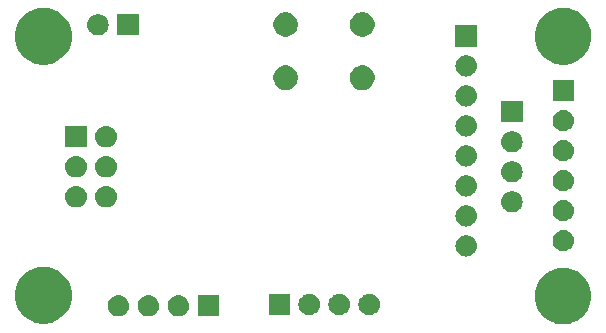
<source format=gbr>
G04 #@! TF.GenerationSoftware,KiCad,Pcbnew,5.0.2-bee76a0~70~ubuntu18.04.1*
G04 #@! TF.CreationDate,2019-01-23T20:48:10+01:00*
G04 #@! TF.ProjectId,Mighty841,4d696768-7479-4383-9431-2e6b69636164,1*
G04 #@! TF.SameCoordinates,Original*
G04 #@! TF.FileFunction,Soldermask,Bot*
G04 #@! TF.FilePolarity,Negative*
%FSLAX46Y46*%
G04 Gerber Fmt 4.6, Leading zero omitted, Abs format (unit mm)*
G04 Created by KiCad (PCBNEW 5.0.2-bee76a0~70~ubuntu18.04.1) date mer. 23 janv. 2019 20:48:10 CET*
%MOMM*%
%LPD*%
G01*
G04 APERTURE LIST*
%ADD10C,0.100000*%
G04 APERTURE END LIST*
D10*
G36*
X167358487Y-82623269D02*
X167700346Y-82691269D01*
X167881338Y-82766239D01*
X168137299Y-82872261D01*
X168530551Y-83135024D01*
X168864976Y-83469449D01*
X169127739Y-83862701D01*
X169308731Y-84299655D01*
X169401000Y-84763521D01*
X169401000Y-85236479D01*
X169308731Y-85700345D01*
X169127739Y-86137299D01*
X168864976Y-86530551D01*
X168530551Y-86864976D01*
X168137299Y-87127739D01*
X167881338Y-87233761D01*
X167700346Y-87308731D01*
X167578337Y-87333000D01*
X167236479Y-87401000D01*
X166763521Y-87401000D01*
X166421663Y-87333000D01*
X166299654Y-87308731D01*
X166118662Y-87233761D01*
X165862701Y-87127739D01*
X165469449Y-86864976D01*
X165135024Y-86530551D01*
X164872261Y-86137299D01*
X164691269Y-85700345D01*
X164599000Y-85236479D01*
X164599000Y-84763521D01*
X164691269Y-84299655D01*
X164872261Y-83862701D01*
X165135024Y-83469449D01*
X165469449Y-83135024D01*
X165862701Y-82872261D01*
X166118662Y-82766239D01*
X166299654Y-82691269D01*
X166641513Y-82623269D01*
X166763521Y-82599000D01*
X167236479Y-82599000D01*
X167358487Y-82623269D01*
X167358487Y-82623269D01*
G37*
G36*
X123468412Y-82577134D02*
X123700346Y-82623269D01*
X123864512Y-82691269D01*
X124137299Y-82804261D01*
X124530551Y-83067024D01*
X124864976Y-83401449D01*
X125127739Y-83794701D01*
X125308731Y-84231655D01*
X125401000Y-84695521D01*
X125401000Y-85168479D01*
X125308731Y-85632345D01*
X125127739Y-86069299D01*
X124864976Y-86462551D01*
X124530551Y-86796976D01*
X124137299Y-87059739D01*
X123973132Y-87127739D01*
X123700346Y-87240731D01*
X123468412Y-87286865D01*
X123236479Y-87333000D01*
X122763521Y-87333000D01*
X122531588Y-87286865D01*
X122299654Y-87240731D01*
X122026868Y-87127739D01*
X121862701Y-87059739D01*
X121469449Y-86796976D01*
X121135024Y-86462551D01*
X120872261Y-86069299D01*
X120691269Y-85632345D01*
X120599000Y-85168479D01*
X120599000Y-84695521D01*
X120691269Y-84231655D01*
X120872261Y-83794701D01*
X121135024Y-83401449D01*
X121469449Y-83067024D01*
X121862701Y-82804261D01*
X122135488Y-82691269D01*
X122299654Y-82623269D01*
X122531588Y-82577135D01*
X122763521Y-82531000D01*
X123236479Y-82531000D01*
X123468412Y-82577134D01*
X123468412Y-82577134D01*
G37*
G36*
X137868200Y-86707400D02*
X136066200Y-86707400D01*
X136066200Y-84905400D01*
X137868200Y-84905400D01*
X137868200Y-86707400D01*
X137868200Y-86707400D01*
G37*
G36*
X131997643Y-84911919D02*
X132063827Y-84918437D01*
X132174539Y-84952021D01*
X132233667Y-84969957D01*
X132372287Y-85044052D01*
X132390191Y-85053622D01*
X132425929Y-85082952D01*
X132527386Y-85166214D01*
X132585049Y-85236478D01*
X132639978Y-85303409D01*
X132639979Y-85303411D01*
X132723643Y-85459933D01*
X132723643Y-85459934D01*
X132775163Y-85629773D01*
X132792559Y-85806400D01*
X132775163Y-85983027D01*
X132748993Y-86069299D01*
X132723643Y-86152867D01*
X132694286Y-86207789D01*
X132639978Y-86309391D01*
X132610767Y-86344985D01*
X132527386Y-86446586D01*
X132425929Y-86529848D01*
X132390191Y-86559178D01*
X132390189Y-86559179D01*
X132233667Y-86642843D01*
X132177053Y-86660016D01*
X132063827Y-86694363D01*
X131997642Y-86700882D01*
X131931460Y-86707400D01*
X131842940Y-86707400D01*
X131776758Y-86700882D01*
X131710573Y-86694363D01*
X131597347Y-86660016D01*
X131540733Y-86642843D01*
X131384211Y-86559179D01*
X131384209Y-86559178D01*
X131348471Y-86529848D01*
X131247014Y-86446586D01*
X131163633Y-86344985D01*
X131134422Y-86309391D01*
X131080114Y-86207789D01*
X131050757Y-86152867D01*
X131025407Y-86069299D01*
X130999237Y-85983027D01*
X130981841Y-85806400D01*
X130999237Y-85629773D01*
X131050757Y-85459934D01*
X131050757Y-85459933D01*
X131134421Y-85303411D01*
X131134422Y-85303409D01*
X131189351Y-85236478D01*
X131247014Y-85166214D01*
X131348471Y-85082952D01*
X131384209Y-85053622D01*
X131402113Y-85044052D01*
X131540733Y-84969957D01*
X131599861Y-84952021D01*
X131710573Y-84918437D01*
X131776757Y-84911919D01*
X131842940Y-84905400D01*
X131931460Y-84905400D01*
X131997643Y-84911919D01*
X131997643Y-84911919D01*
G37*
G36*
X129457643Y-84911919D02*
X129523827Y-84918437D01*
X129634539Y-84952021D01*
X129693667Y-84969957D01*
X129832287Y-85044052D01*
X129850191Y-85053622D01*
X129885929Y-85082952D01*
X129987386Y-85166214D01*
X130045049Y-85236478D01*
X130099978Y-85303409D01*
X130099979Y-85303411D01*
X130183643Y-85459933D01*
X130183643Y-85459934D01*
X130235163Y-85629773D01*
X130252559Y-85806400D01*
X130235163Y-85983027D01*
X130208993Y-86069299D01*
X130183643Y-86152867D01*
X130154286Y-86207789D01*
X130099978Y-86309391D01*
X130070767Y-86344985D01*
X129987386Y-86446586D01*
X129885929Y-86529848D01*
X129850191Y-86559178D01*
X129850189Y-86559179D01*
X129693667Y-86642843D01*
X129637053Y-86660016D01*
X129523827Y-86694363D01*
X129457642Y-86700882D01*
X129391460Y-86707400D01*
X129302940Y-86707400D01*
X129236758Y-86700882D01*
X129170573Y-86694363D01*
X129057347Y-86660016D01*
X129000733Y-86642843D01*
X128844211Y-86559179D01*
X128844209Y-86559178D01*
X128808471Y-86529848D01*
X128707014Y-86446586D01*
X128623633Y-86344985D01*
X128594422Y-86309391D01*
X128540114Y-86207789D01*
X128510757Y-86152867D01*
X128485407Y-86069299D01*
X128459237Y-85983027D01*
X128441841Y-85806400D01*
X128459237Y-85629773D01*
X128510757Y-85459934D01*
X128510757Y-85459933D01*
X128594421Y-85303411D01*
X128594422Y-85303409D01*
X128649351Y-85236478D01*
X128707014Y-85166214D01*
X128808471Y-85082952D01*
X128844209Y-85053622D01*
X128862113Y-85044052D01*
X129000733Y-84969957D01*
X129059861Y-84952021D01*
X129170573Y-84918437D01*
X129236757Y-84911919D01*
X129302940Y-84905400D01*
X129391460Y-84905400D01*
X129457643Y-84911919D01*
X129457643Y-84911919D01*
G37*
G36*
X134537643Y-84911919D02*
X134603827Y-84918437D01*
X134714539Y-84952021D01*
X134773667Y-84969957D01*
X134912287Y-85044052D01*
X134930191Y-85053622D01*
X134965929Y-85082952D01*
X135067386Y-85166214D01*
X135125049Y-85236478D01*
X135179978Y-85303409D01*
X135179979Y-85303411D01*
X135263643Y-85459933D01*
X135263643Y-85459934D01*
X135315163Y-85629773D01*
X135332559Y-85806400D01*
X135315163Y-85983027D01*
X135288993Y-86069299D01*
X135263643Y-86152867D01*
X135234286Y-86207789D01*
X135179978Y-86309391D01*
X135150767Y-86344985D01*
X135067386Y-86446586D01*
X134965929Y-86529848D01*
X134930191Y-86559178D01*
X134930189Y-86559179D01*
X134773667Y-86642843D01*
X134717053Y-86660016D01*
X134603827Y-86694363D01*
X134537642Y-86700882D01*
X134471460Y-86707400D01*
X134382940Y-86707400D01*
X134316758Y-86700882D01*
X134250573Y-86694363D01*
X134137347Y-86660016D01*
X134080733Y-86642843D01*
X133924211Y-86559179D01*
X133924209Y-86559178D01*
X133888471Y-86529848D01*
X133787014Y-86446586D01*
X133703633Y-86344985D01*
X133674422Y-86309391D01*
X133620114Y-86207789D01*
X133590757Y-86152867D01*
X133565407Y-86069299D01*
X133539237Y-85983027D01*
X133521841Y-85806400D01*
X133539237Y-85629773D01*
X133590757Y-85459934D01*
X133590757Y-85459933D01*
X133674421Y-85303411D01*
X133674422Y-85303409D01*
X133729351Y-85236478D01*
X133787014Y-85166214D01*
X133888471Y-85082952D01*
X133924209Y-85053622D01*
X133942113Y-85044052D01*
X134080733Y-84969957D01*
X134139861Y-84952021D01*
X134250573Y-84918437D01*
X134316757Y-84911919D01*
X134382940Y-84905400D01*
X134471460Y-84905400D01*
X134537643Y-84911919D01*
X134537643Y-84911919D01*
G37*
G36*
X143862600Y-86605800D02*
X142060600Y-86605800D01*
X142060600Y-84803800D01*
X143862600Y-84803800D01*
X143862600Y-86605800D01*
X143862600Y-86605800D01*
G37*
G36*
X145612042Y-84810318D02*
X145678227Y-84816837D01*
X145791453Y-84851184D01*
X145848067Y-84868357D01*
X145986687Y-84942452D01*
X146004591Y-84952022D01*
X146040329Y-84981352D01*
X146141786Y-85064614D01*
X146225048Y-85166071D01*
X146254378Y-85201809D01*
X146254379Y-85201811D01*
X146338043Y-85358333D01*
X146338043Y-85358334D01*
X146389563Y-85528173D01*
X146406959Y-85704800D01*
X146389563Y-85881427D01*
X146358744Y-85983025D01*
X146338043Y-86051267D01*
X146328404Y-86069300D01*
X146254378Y-86207791D01*
X146225048Y-86243529D01*
X146141786Y-86344986D01*
X146040329Y-86428248D01*
X146004591Y-86457578D01*
X146004589Y-86457579D01*
X145848067Y-86541243D01*
X145791453Y-86558416D01*
X145678227Y-86592763D01*
X145612042Y-86599282D01*
X145545860Y-86605800D01*
X145457340Y-86605800D01*
X145391158Y-86599282D01*
X145324973Y-86592763D01*
X145211747Y-86558416D01*
X145155133Y-86541243D01*
X144998611Y-86457579D01*
X144998609Y-86457578D01*
X144962871Y-86428248D01*
X144861414Y-86344986D01*
X144778152Y-86243529D01*
X144748822Y-86207791D01*
X144674796Y-86069300D01*
X144665157Y-86051267D01*
X144644456Y-85983025D01*
X144613637Y-85881427D01*
X144596241Y-85704800D01*
X144613637Y-85528173D01*
X144665157Y-85358334D01*
X144665157Y-85358333D01*
X144748821Y-85201811D01*
X144748822Y-85201809D01*
X144778152Y-85166071D01*
X144861414Y-85064614D01*
X144962871Y-84981352D01*
X144998609Y-84952022D01*
X145016513Y-84942452D01*
X145155133Y-84868357D01*
X145211747Y-84851184D01*
X145324973Y-84816837D01*
X145391158Y-84810318D01*
X145457340Y-84803800D01*
X145545860Y-84803800D01*
X145612042Y-84810318D01*
X145612042Y-84810318D01*
G37*
G36*
X148152042Y-84810318D02*
X148218227Y-84816837D01*
X148331453Y-84851184D01*
X148388067Y-84868357D01*
X148526687Y-84942452D01*
X148544591Y-84952022D01*
X148580329Y-84981352D01*
X148681786Y-85064614D01*
X148765048Y-85166071D01*
X148794378Y-85201809D01*
X148794379Y-85201811D01*
X148878043Y-85358333D01*
X148878043Y-85358334D01*
X148929563Y-85528173D01*
X148946959Y-85704800D01*
X148929563Y-85881427D01*
X148898744Y-85983025D01*
X148878043Y-86051267D01*
X148868404Y-86069300D01*
X148794378Y-86207791D01*
X148765048Y-86243529D01*
X148681786Y-86344986D01*
X148580329Y-86428248D01*
X148544591Y-86457578D01*
X148544589Y-86457579D01*
X148388067Y-86541243D01*
X148331453Y-86558416D01*
X148218227Y-86592763D01*
X148152042Y-86599282D01*
X148085860Y-86605800D01*
X147997340Y-86605800D01*
X147931158Y-86599282D01*
X147864973Y-86592763D01*
X147751747Y-86558416D01*
X147695133Y-86541243D01*
X147538611Y-86457579D01*
X147538609Y-86457578D01*
X147502871Y-86428248D01*
X147401414Y-86344986D01*
X147318152Y-86243529D01*
X147288822Y-86207791D01*
X147214796Y-86069300D01*
X147205157Y-86051267D01*
X147184456Y-85983025D01*
X147153637Y-85881427D01*
X147136241Y-85704800D01*
X147153637Y-85528173D01*
X147205157Y-85358334D01*
X147205157Y-85358333D01*
X147288821Y-85201811D01*
X147288822Y-85201809D01*
X147318152Y-85166071D01*
X147401414Y-85064614D01*
X147502871Y-84981352D01*
X147538609Y-84952022D01*
X147556513Y-84942452D01*
X147695133Y-84868357D01*
X147751747Y-84851184D01*
X147864973Y-84816837D01*
X147931158Y-84810318D01*
X147997340Y-84803800D01*
X148085860Y-84803800D01*
X148152042Y-84810318D01*
X148152042Y-84810318D01*
G37*
G36*
X150692042Y-84810318D02*
X150758227Y-84816837D01*
X150871453Y-84851184D01*
X150928067Y-84868357D01*
X151066687Y-84942452D01*
X151084591Y-84952022D01*
X151120329Y-84981352D01*
X151221786Y-85064614D01*
X151305048Y-85166071D01*
X151334378Y-85201809D01*
X151334379Y-85201811D01*
X151418043Y-85358333D01*
X151418043Y-85358334D01*
X151469563Y-85528173D01*
X151486959Y-85704800D01*
X151469563Y-85881427D01*
X151438744Y-85983025D01*
X151418043Y-86051267D01*
X151408404Y-86069300D01*
X151334378Y-86207791D01*
X151305048Y-86243529D01*
X151221786Y-86344986D01*
X151120329Y-86428248D01*
X151084591Y-86457578D01*
X151084589Y-86457579D01*
X150928067Y-86541243D01*
X150871453Y-86558416D01*
X150758227Y-86592763D01*
X150692042Y-86599282D01*
X150625860Y-86605800D01*
X150537340Y-86605800D01*
X150471158Y-86599282D01*
X150404973Y-86592763D01*
X150291747Y-86558416D01*
X150235133Y-86541243D01*
X150078611Y-86457579D01*
X150078609Y-86457578D01*
X150042871Y-86428248D01*
X149941414Y-86344986D01*
X149858152Y-86243529D01*
X149828822Y-86207791D01*
X149754796Y-86069300D01*
X149745157Y-86051267D01*
X149724456Y-85983025D01*
X149693637Y-85881427D01*
X149676241Y-85704800D01*
X149693637Y-85528173D01*
X149745157Y-85358334D01*
X149745157Y-85358333D01*
X149828821Y-85201811D01*
X149828822Y-85201809D01*
X149858152Y-85166071D01*
X149941414Y-85064614D01*
X150042871Y-84981352D01*
X150078609Y-84952022D01*
X150096513Y-84942452D01*
X150235133Y-84868357D01*
X150291747Y-84851184D01*
X150404973Y-84816837D01*
X150471158Y-84810318D01*
X150537340Y-84803800D01*
X150625860Y-84803800D01*
X150692042Y-84810318D01*
X150692042Y-84810318D01*
G37*
G36*
X158896242Y-79857318D02*
X158962427Y-79863837D01*
X159075653Y-79898184D01*
X159132267Y-79915357D01*
X159270887Y-79989452D01*
X159288791Y-79999022D01*
X159324529Y-80028352D01*
X159425986Y-80111614D01*
X159509248Y-80213071D01*
X159538578Y-80248809D01*
X159538579Y-80248811D01*
X159622243Y-80405333D01*
X159622243Y-80405334D01*
X159673763Y-80575173D01*
X159691159Y-80751800D01*
X159673763Y-80928427D01*
X159639416Y-81041653D01*
X159622243Y-81098267D01*
X159548148Y-81236887D01*
X159538578Y-81254791D01*
X159509248Y-81290529D01*
X159425986Y-81391986D01*
X159324529Y-81475248D01*
X159288791Y-81504578D01*
X159288789Y-81504579D01*
X159132267Y-81588243D01*
X159075653Y-81605416D01*
X158962427Y-81639763D01*
X158896243Y-81646281D01*
X158830060Y-81652800D01*
X158741540Y-81652800D01*
X158675357Y-81646281D01*
X158609173Y-81639763D01*
X158495947Y-81605416D01*
X158439333Y-81588243D01*
X158282811Y-81504579D01*
X158282809Y-81504578D01*
X158247071Y-81475248D01*
X158145614Y-81391986D01*
X158062352Y-81290529D01*
X158033022Y-81254791D01*
X158023452Y-81236887D01*
X157949357Y-81098267D01*
X157932184Y-81041653D01*
X157897837Y-80928427D01*
X157880441Y-80751800D01*
X157897837Y-80575173D01*
X157949357Y-80405334D01*
X157949357Y-80405333D01*
X158033021Y-80248811D01*
X158033022Y-80248809D01*
X158062352Y-80213071D01*
X158145614Y-80111614D01*
X158247071Y-80028352D01*
X158282809Y-79999022D01*
X158300713Y-79989452D01*
X158439333Y-79915357D01*
X158495947Y-79898184D01*
X158609173Y-79863837D01*
X158675358Y-79857318D01*
X158741540Y-79850800D01*
X158830060Y-79850800D01*
X158896242Y-79857318D01*
X158896242Y-79857318D01*
G37*
G36*
X167125842Y-79400118D02*
X167192027Y-79406637D01*
X167305253Y-79440984D01*
X167361867Y-79458157D01*
X167500487Y-79532252D01*
X167518391Y-79541822D01*
X167554129Y-79571152D01*
X167655586Y-79654414D01*
X167738848Y-79755871D01*
X167768178Y-79791609D01*
X167768179Y-79791611D01*
X167851843Y-79948133D01*
X167851843Y-79948134D01*
X167903363Y-80117973D01*
X167920759Y-80294600D01*
X167903363Y-80471227D01*
X167871831Y-80575173D01*
X167851843Y-80641067D01*
X167792654Y-80751800D01*
X167768178Y-80797591D01*
X167738848Y-80833329D01*
X167655586Y-80934786D01*
X167554129Y-81018048D01*
X167518391Y-81047378D01*
X167518389Y-81047379D01*
X167361867Y-81131043D01*
X167305253Y-81148216D01*
X167192027Y-81182563D01*
X167125843Y-81189081D01*
X167059660Y-81195600D01*
X166971140Y-81195600D01*
X166904957Y-81189081D01*
X166838773Y-81182563D01*
X166725547Y-81148216D01*
X166668933Y-81131043D01*
X166512411Y-81047379D01*
X166512409Y-81047378D01*
X166476671Y-81018048D01*
X166375214Y-80934786D01*
X166291952Y-80833329D01*
X166262622Y-80797591D01*
X166238146Y-80751800D01*
X166178957Y-80641067D01*
X166158969Y-80575173D01*
X166127437Y-80471227D01*
X166110041Y-80294600D01*
X166127437Y-80117973D01*
X166178957Y-79948134D01*
X166178957Y-79948133D01*
X166262621Y-79791611D01*
X166262622Y-79791609D01*
X166291952Y-79755871D01*
X166375214Y-79654414D01*
X166476671Y-79571152D01*
X166512409Y-79541822D01*
X166530313Y-79532252D01*
X166668933Y-79458157D01*
X166725547Y-79440984D01*
X166838773Y-79406637D01*
X166904958Y-79400118D01*
X166971140Y-79393600D01*
X167059660Y-79393600D01*
X167125842Y-79400118D01*
X167125842Y-79400118D01*
G37*
G36*
X158896243Y-77317319D02*
X158962427Y-77323837D01*
X159075653Y-77358184D01*
X159132267Y-77375357D01*
X159270887Y-77449452D01*
X159288791Y-77459022D01*
X159310412Y-77476766D01*
X159425986Y-77571614D01*
X159509248Y-77673071D01*
X159538578Y-77708809D01*
X159538579Y-77708811D01*
X159622243Y-77865333D01*
X159622243Y-77865334D01*
X159673763Y-78035173D01*
X159691159Y-78211800D01*
X159673763Y-78388427D01*
X159639416Y-78501653D01*
X159622243Y-78558267D01*
X159548148Y-78696887D01*
X159538578Y-78714791D01*
X159509248Y-78750529D01*
X159425986Y-78851986D01*
X159324529Y-78935248D01*
X159288791Y-78964578D01*
X159288789Y-78964579D01*
X159132267Y-79048243D01*
X159075653Y-79065416D01*
X158962427Y-79099763D01*
X158896242Y-79106282D01*
X158830060Y-79112800D01*
X158741540Y-79112800D01*
X158675358Y-79106282D01*
X158609173Y-79099763D01*
X158495947Y-79065416D01*
X158439333Y-79048243D01*
X158282811Y-78964579D01*
X158282809Y-78964578D01*
X158247071Y-78935248D01*
X158145614Y-78851986D01*
X158062352Y-78750529D01*
X158033022Y-78714791D01*
X158023452Y-78696887D01*
X157949357Y-78558267D01*
X157932184Y-78501653D01*
X157897837Y-78388427D01*
X157880441Y-78211800D01*
X157897837Y-78035173D01*
X157949357Y-77865334D01*
X157949357Y-77865333D01*
X158033021Y-77708811D01*
X158033022Y-77708809D01*
X158062352Y-77673071D01*
X158145614Y-77571614D01*
X158261188Y-77476766D01*
X158282809Y-77459022D01*
X158300713Y-77449452D01*
X158439333Y-77375357D01*
X158495947Y-77358184D01*
X158609173Y-77323837D01*
X158675357Y-77317319D01*
X158741540Y-77310800D01*
X158830060Y-77310800D01*
X158896243Y-77317319D01*
X158896243Y-77317319D01*
G37*
G36*
X167125843Y-76860119D02*
X167192027Y-76866637D01*
X167305253Y-76900984D01*
X167361867Y-76918157D01*
X167378590Y-76927096D01*
X167518391Y-77001822D01*
X167554129Y-77031152D01*
X167655586Y-77114414D01*
X167721412Y-77194625D01*
X167768178Y-77251609D01*
X167768179Y-77251611D01*
X167851843Y-77408133D01*
X167851843Y-77408134D01*
X167903363Y-77577973D01*
X167920759Y-77754600D01*
X167903363Y-77931227D01*
X167871831Y-78035173D01*
X167851843Y-78101067D01*
X167792654Y-78211800D01*
X167768178Y-78257591D01*
X167738848Y-78293329D01*
X167655586Y-78394786D01*
X167554129Y-78478048D01*
X167518391Y-78507378D01*
X167518389Y-78507379D01*
X167361867Y-78591043D01*
X167305253Y-78608216D01*
X167192027Y-78642563D01*
X167125842Y-78649082D01*
X167059660Y-78655600D01*
X166971140Y-78655600D01*
X166904958Y-78649082D01*
X166838773Y-78642563D01*
X166725547Y-78608216D01*
X166668933Y-78591043D01*
X166512411Y-78507379D01*
X166512409Y-78507378D01*
X166476671Y-78478048D01*
X166375214Y-78394786D01*
X166291952Y-78293329D01*
X166262622Y-78257591D01*
X166238146Y-78211800D01*
X166178957Y-78101067D01*
X166158969Y-78035173D01*
X166127437Y-77931227D01*
X166110041Y-77754600D01*
X166127437Y-77577973D01*
X166178957Y-77408134D01*
X166178957Y-77408133D01*
X166262621Y-77251611D01*
X166262622Y-77251609D01*
X166309388Y-77194625D01*
X166375214Y-77114414D01*
X166476671Y-77031152D01*
X166512409Y-77001822D01*
X166652210Y-76927096D01*
X166668933Y-76918157D01*
X166725547Y-76900984D01*
X166838773Y-76866637D01*
X166904957Y-76860119D01*
X166971140Y-76853600D01*
X167059660Y-76853600D01*
X167125843Y-76860119D01*
X167125843Y-76860119D01*
G37*
G36*
X162782443Y-76123519D02*
X162848627Y-76130037D01*
X162961853Y-76164384D01*
X163018467Y-76181557D01*
X163097317Y-76223704D01*
X163174991Y-76265222D01*
X163210729Y-76294552D01*
X163312186Y-76377814D01*
X163395448Y-76479271D01*
X163424778Y-76515009D01*
X163424779Y-76515011D01*
X163508443Y-76671533D01*
X163508443Y-76671534D01*
X163559963Y-76841373D01*
X163577359Y-77018000D01*
X163559963Y-77194627D01*
X163542677Y-77251611D01*
X163508443Y-77364467D01*
X163441343Y-77490000D01*
X163424778Y-77520991D01*
X163395448Y-77556729D01*
X163312186Y-77658186D01*
X163210729Y-77741448D01*
X163174991Y-77770778D01*
X163174989Y-77770779D01*
X163018467Y-77854443D01*
X162982563Y-77865334D01*
X162848627Y-77905963D01*
X162782442Y-77912482D01*
X162716260Y-77919000D01*
X162627740Y-77919000D01*
X162561558Y-77912482D01*
X162495373Y-77905963D01*
X162361437Y-77865334D01*
X162325533Y-77854443D01*
X162169011Y-77770779D01*
X162169009Y-77770778D01*
X162133271Y-77741448D01*
X162031814Y-77658186D01*
X161948552Y-77556729D01*
X161919222Y-77520991D01*
X161902657Y-77490000D01*
X161835557Y-77364467D01*
X161801323Y-77251611D01*
X161784037Y-77194627D01*
X161766641Y-77018000D01*
X161784037Y-76841373D01*
X161835557Y-76671534D01*
X161835557Y-76671533D01*
X161919221Y-76515011D01*
X161919222Y-76515009D01*
X161948552Y-76479271D01*
X162031814Y-76377814D01*
X162133271Y-76294552D01*
X162169009Y-76265222D01*
X162246683Y-76223704D01*
X162325533Y-76181557D01*
X162382147Y-76164384D01*
X162495373Y-76130037D01*
X162561557Y-76123519D01*
X162627740Y-76117000D01*
X162716260Y-76117000D01*
X162782443Y-76123519D01*
X162782443Y-76123519D01*
G37*
G36*
X128471894Y-75674033D02*
X128644294Y-75726331D01*
X128644296Y-75726332D01*
X128803183Y-75811259D01*
X128942449Y-75925551D01*
X129056741Y-76064817D01*
X129083885Y-76115600D01*
X129141669Y-76223706D01*
X129193967Y-76396106D01*
X129211625Y-76575400D01*
X129193967Y-76754694D01*
X129144380Y-76918157D01*
X129141668Y-76927096D01*
X129056741Y-77085983D01*
X128942449Y-77225249D01*
X128803183Y-77339541D01*
X128644296Y-77424468D01*
X128644294Y-77424469D01*
X128471894Y-77476767D01*
X128337531Y-77490000D01*
X128247669Y-77490000D01*
X128113306Y-77476767D01*
X127940906Y-77424469D01*
X127940904Y-77424468D01*
X127782017Y-77339541D01*
X127642751Y-77225249D01*
X127528459Y-77085983D01*
X127443532Y-76927096D01*
X127440820Y-76918157D01*
X127391233Y-76754694D01*
X127373575Y-76575400D01*
X127391233Y-76396106D01*
X127443531Y-76223706D01*
X127501315Y-76115600D01*
X127528459Y-76064817D01*
X127642751Y-75925551D01*
X127782017Y-75811259D01*
X127940904Y-75726332D01*
X127940906Y-75726331D01*
X128113306Y-75674033D01*
X128247669Y-75660800D01*
X128337531Y-75660800D01*
X128471894Y-75674033D01*
X128471894Y-75674033D01*
G37*
G36*
X125931894Y-75674033D02*
X126104294Y-75726331D01*
X126104296Y-75726332D01*
X126263183Y-75811259D01*
X126402449Y-75925551D01*
X126516741Y-76064817D01*
X126543885Y-76115600D01*
X126601669Y-76223706D01*
X126653967Y-76396106D01*
X126671625Y-76575400D01*
X126653967Y-76754694D01*
X126604380Y-76918157D01*
X126601668Y-76927096D01*
X126516741Y-77085983D01*
X126402449Y-77225249D01*
X126263183Y-77339541D01*
X126104296Y-77424468D01*
X126104294Y-77424469D01*
X125931894Y-77476767D01*
X125797531Y-77490000D01*
X125707669Y-77490000D01*
X125573306Y-77476767D01*
X125400906Y-77424469D01*
X125400904Y-77424468D01*
X125242017Y-77339541D01*
X125102751Y-77225249D01*
X124988459Y-77085983D01*
X124903532Y-76927096D01*
X124900820Y-76918157D01*
X124851233Y-76754694D01*
X124833575Y-76575400D01*
X124851233Y-76396106D01*
X124903531Y-76223706D01*
X124961315Y-76115600D01*
X124988459Y-76064817D01*
X125102751Y-75925551D01*
X125242017Y-75811259D01*
X125400904Y-75726332D01*
X125400906Y-75726331D01*
X125573306Y-75674033D01*
X125707669Y-75660800D01*
X125797531Y-75660800D01*
X125931894Y-75674033D01*
X125931894Y-75674033D01*
G37*
G36*
X158896243Y-74777319D02*
X158962427Y-74783837D01*
X159075653Y-74818184D01*
X159132267Y-74835357D01*
X159270887Y-74909452D01*
X159288791Y-74919022D01*
X159310412Y-74936766D01*
X159425986Y-75031614D01*
X159509248Y-75133071D01*
X159538578Y-75168809D01*
X159538579Y-75168811D01*
X159622243Y-75325333D01*
X159622243Y-75325334D01*
X159673763Y-75495173D01*
X159691159Y-75671800D01*
X159673763Y-75848427D01*
X159650368Y-75925551D01*
X159622243Y-76018267D01*
X159569468Y-76117000D01*
X159538578Y-76174791D01*
X159533025Y-76181557D01*
X159425986Y-76311986D01*
X159324529Y-76395248D01*
X159288791Y-76424578D01*
X159288789Y-76424579D01*
X159132267Y-76508243D01*
X159109955Y-76515011D01*
X158962427Y-76559763D01*
X158896243Y-76566281D01*
X158830060Y-76572800D01*
X158741540Y-76572800D01*
X158675357Y-76566281D01*
X158609173Y-76559763D01*
X158461645Y-76515011D01*
X158439333Y-76508243D01*
X158282811Y-76424579D01*
X158282809Y-76424578D01*
X158247071Y-76395248D01*
X158145614Y-76311986D01*
X158038575Y-76181557D01*
X158033022Y-76174791D01*
X158002132Y-76117000D01*
X157949357Y-76018267D01*
X157921232Y-75925551D01*
X157897837Y-75848427D01*
X157880441Y-75671800D01*
X157897837Y-75495173D01*
X157949357Y-75325334D01*
X157949357Y-75325333D01*
X158033021Y-75168811D01*
X158033022Y-75168809D01*
X158062352Y-75133071D01*
X158145614Y-75031614D01*
X158261188Y-74936766D01*
X158282809Y-74919022D01*
X158300713Y-74909452D01*
X158439333Y-74835357D01*
X158495947Y-74818184D01*
X158609173Y-74783837D01*
X158675357Y-74777319D01*
X158741540Y-74770800D01*
X158830060Y-74770800D01*
X158896243Y-74777319D01*
X158896243Y-74777319D01*
G37*
G36*
X167125843Y-74320119D02*
X167192027Y-74326637D01*
X167305253Y-74360984D01*
X167361867Y-74378157D01*
X167378590Y-74387096D01*
X167518391Y-74461822D01*
X167554129Y-74491152D01*
X167655586Y-74574414D01*
X167721412Y-74654625D01*
X167768178Y-74711609D01*
X167768179Y-74711611D01*
X167851843Y-74868133D01*
X167851843Y-74868134D01*
X167903363Y-75037973D01*
X167920759Y-75214600D01*
X167903363Y-75391227D01*
X167871831Y-75495173D01*
X167851843Y-75561067D01*
X167791460Y-75674034D01*
X167768178Y-75717591D01*
X167761005Y-75726331D01*
X167655586Y-75854786D01*
X167569357Y-75925551D01*
X167518391Y-75967378D01*
X167518389Y-75967379D01*
X167361867Y-76051043D01*
X167316459Y-76064817D01*
X167192027Y-76102563D01*
X167125842Y-76109082D01*
X167059660Y-76115600D01*
X166971140Y-76115600D01*
X166904958Y-76109082D01*
X166838773Y-76102563D01*
X166714341Y-76064817D01*
X166668933Y-76051043D01*
X166512411Y-75967379D01*
X166512409Y-75967378D01*
X166461443Y-75925551D01*
X166375214Y-75854786D01*
X166269795Y-75726331D01*
X166262622Y-75717591D01*
X166239340Y-75674034D01*
X166178957Y-75561067D01*
X166158969Y-75495173D01*
X166127437Y-75391227D01*
X166110041Y-75214600D01*
X166127437Y-75037973D01*
X166178957Y-74868134D01*
X166178957Y-74868133D01*
X166262621Y-74711611D01*
X166262622Y-74711609D01*
X166309388Y-74654625D01*
X166375214Y-74574414D01*
X166476671Y-74491152D01*
X166512409Y-74461822D01*
X166652210Y-74387096D01*
X166668933Y-74378157D01*
X166725547Y-74360984D01*
X166838773Y-74326637D01*
X166904957Y-74320119D01*
X166971140Y-74313600D01*
X167059660Y-74313600D01*
X167125843Y-74320119D01*
X167125843Y-74320119D01*
G37*
G36*
X162782443Y-73583519D02*
X162848627Y-73590037D01*
X162961853Y-73624384D01*
X163018467Y-73641557D01*
X163097317Y-73683704D01*
X163174991Y-73725222D01*
X163210729Y-73754552D01*
X163312186Y-73837814D01*
X163395448Y-73939271D01*
X163424778Y-73975009D01*
X163424779Y-73975011D01*
X163508443Y-74131533D01*
X163508443Y-74131534D01*
X163559963Y-74301373D01*
X163577359Y-74478000D01*
X163559963Y-74654627D01*
X163542677Y-74711611D01*
X163508443Y-74824467D01*
X163441343Y-74950000D01*
X163424778Y-74980991D01*
X163395448Y-75016729D01*
X163312186Y-75118186D01*
X163210729Y-75201448D01*
X163174991Y-75230778D01*
X163174989Y-75230779D01*
X163018467Y-75314443D01*
X162982563Y-75325334D01*
X162848627Y-75365963D01*
X162782443Y-75372481D01*
X162716260Y-75379000D01*
X162627740Y-75379000D01*
X162561557Y-75372481D01*
X162495373Y-75365963D01*
X162361437Y-75325334D01*
X162325533Y-75314443D01*
X162169011Y-75230779D01*
X162169009Y-75230778D01*
X162133271Y-75201448D01*
X162031814Y-75118186D01*
X161948552Y-75016729D01*
X161919222Y-74980991D01*
X161902657Y-74950000D01*
X161835557Y-74824467D01*
X161801323Y-74711611D01*
X161784037Y-74654627D01*
X161766641Y-74478000D01*
X161784037Y-74301373D01*
X161835557Y-74131534D01*
X161835557Y-74131533D01*
X161919221Y-73975011D01*
X161919222Y-73975009D01*
X161948552Y-73939271D01*
X162031814Y-73837814D01*
X162133271Y-73754552D01*
X162169009Y-73725222D01*
X162246683Y-73683704D01*
X162325533Y-73641557D01*
X162382147Y-73624384D01*
X162495373Y-73590037D01*
X162561557Y-73583519D01*
X162627740Y-73577000D01*
X162716260Y-73577000D01*
X162782443Y-73583519D01*
X162782443Y-73583519D01*
G37*
G36*
X128471894Y-73134033D02*
X128644294Y-73186331D01*
X128644296Y-73186332D01*
X128803183Y-73271259D01*
X128942449Y-73385551D01*
X129056741Y-73524817D01*
X129083885Y-73575600D01*
X129141669Y-73683706D01*
X129193967Y-73856106D01*
X129211625Y-74035400D01*
X129193967Y-74214694D01*
X129144380Y-74378157D01*
X129141668Y-74387096D01*
X129056741Y-74545983D01*
X128942449Y-74685249D01*
X128803183Y-74799541D01*
X128644296Y-74884468D01*
X128644294Y-74884469D01*
X128471894Y-74936767D01*
X128337531Y-74950000D01*
X128247669Y-74950000D01*
X128113306Y-74936767D01*
X127940906Y-74884469D01*
X127940904Y-74884468D01*
X127782017Y-74799541D01*
X127642751Y-74685249D01*
X127528459Y-74545983D01*
X127443532Y-74387096D01*
X127440820Y-74378157D01*
X127391233Y-74214694D01*
X127373575Y-74035400D01*
X127391233Y-73856106D01*
X127443531Y-73683706D01*
X127501315Y-73575600D01*
X127528459Y-73524817D01*
X127642751Y-73385551D01*
X127782017Y-73271259D01*
X127940904Y-73186332D01*
X127940906Y-73186331D01*
X128113306Y-73134033D01*
X128247669Y-73120800D01*
X128337531Y-73120800D01*
X128471894Y-73134033D01*
X128471894Y-73134033D01*
G37*
G36*
X125931894Y-73134033D02*
X126104294Y-73186331D01*
X126104296Y-73186332D01*
X126263183Y-73271259D01*
X126402449Y-73385551D01*
X126516741Y-73524817D01*
X126543885Y-73575600D01*
X126601669Y-73683706D01*
X126653967Y-73856106D01*
X126671625Y-74035400D01*
X126653967Y-74214694D01*
X126604380Y-74378157D01*
X126601668Y-74387096D01*
X126516741Y-74545983D01*
X126402449Y-74685249D01*
X126263183Y-74799541D01*
X126104296Y-74884468D01*
X126104294Y-74884469D01*
X125931894Y-74936767D01*
X125797531Y-74950000D01*
X125707669Y-74950000D01*
X125573306Y-74936767D01*
X125400906Y-74884469D01*
X125400904Y-74884468D01*
X125242017Y-74799541D01*
X125102751Y-74685249D01*
X124988459Y-74545983D01*
X124903532Y-74387096D01*
X124900820Y-74378157D01*
X124851233Y-74214694D01*
X124833575Y-74035400D01*
X124851233Y-73856106D01*
X124903531Y-73683706D01*
X124961315Y-73575600D01*
X124988459Y-73524817D01*
X125102751Y-73385551D01*
X125242017Y-73271259D01*
X125400904Y-73186332D01*
X125400906Y-73186331D01*
X125573306Y-73134033D01*
X125707669Y-73120800D01*
X125797531Y-73120800D01*
X125931894Y-73134033D01*
X125931894Y-73134033D01*
G37*
G36*
X158896242Y-72237318D02*
X158962427Y-72243837D01*
X159075653Y-72278184D01*
X159132267Y-72295357D01*
X159270887Y-72369452D01*
X159288791Y-72379022D01*
X159310412Y-72396766D01*
X159425986Y-72491614D01*
X159509248Y-72593071D01*
X159538578Y-72628809D01*
X159538579Y-72628811D01*
X159622243Y-72785333D01*
X159622243Y-72785334D01*
X159673763Y-72955173D01*
X159691159Y-73131800D01*
X159673763Y-73308427D01*
X159650368Y-73385551D01*
X159622243Y-73478267D01*
X159569468Y-73577000D01*
X159538578Y-73634791D01*
X159533025Y-73641557D01*
X159425986Y-73771986D01*
X159324529Y-73855248D01*
X159288791Y-73884578D01*
X159288789Y-73884579D01*
X159132267Y-73968243D01*
X159109955Y-73975011D01*
X158962427Y-74019763D01*
X158896242Y-74026282D01*
X158830060Y-74032800D01*
X158741540Y-74032800D01*
X158675358Y-74026282D01*
X158609173Y-74019763D01*
X158461645Y-73975011D01*
X158439333Y-73968243D01*
X158282811Y-73884579D01*
X158282809Y-73884578D01*
X158247071Y-73855248D01*
X158145614Y-73771986D01*
X158038575Y-73641557D01*
X158033022Y-73634791D01*
X158002132Y-73577000D01*
X157949357Y-73478267D01*
X157921232Y-73385551D01*
X157897837Y-73308427D01*
X157880441Y-73131800D01*
X157897837Y-72955173D01*
X157949357Y-72785334D01*
X157949357Y-72785333D01*
X158033021Y-72628811D01*
X158033022Y-72628809D01*
X158062352Y-72593071D01*
X158145614Y-72491614D01*
X158261188Y-72396766D01*
X158282809Y-72379022D01*
X158300713Y-72369452D01*
X158439333Y-72295357D01*
X158495947Y-72278184D01*
X158609173Y-72243837D01*
X158675358Y-72237318D01*
X158741540Y-72230800D01*
X158830060Y-72230800D01*
X158896242Y-72237318D01*
X158896242Y-72237318D01*
G37*
G36*
X167125842Y-71780118D02*
X167192027Y-71786637D01*
X167305253Y-71820984D01*
X167361867Y-71838157D01*
X167378590Y-71847096D01*
X167518391Y-71921822D01*
X167554129Y-71951152D01*
X167655586Y-72034414D01*
X167721412Y-72114625D01*
X167768178Y-72171609D01*
X167768179Y-72171611D01*
X167851843Y-72328133D01*
X167851843Y-72328134D01*
X167903363Y-72497973D01*
X167920759Y-72674600D01*
X167903363Y-72851227D01*
X167871831Y-72955173D01*
X167851843Y-73021067D01*
X167791460Y-73134034D01*
X167768178Y-73177591D01*
X167761005Y-73186331D01*
X167655586Y-73314786D01*
X167569357Y-73385551D01*
X167518391Y-73427378D01*
X167518389Y-73427379D01*
X167361867Y-73511043D01*
X167316459Y-73524817D01*
X167192027Y-73562563D01*
X167125843Y-73569081D01*
X167059660Y-73575600D01*
X166971140Y-73575600D01*
X166904957Y-73569081D01*
X166838773Y-73562563D01*
X166714341Y-73524817D01*
X166668933Y-73511043D01*
X166512411Y-73427379D01*
X166512409Y-73427378D01*
X166461443Y-73385551D01*
X166375214Y-73314786D01*
X166269795Y-73186331D01*
X166262622Y-73177591D01*
X166239340Y-73134034D01*
X166178957Y-73021067D01*
X166158969Y-72955173D01*
X166127437Y-72851227D01*
X166110041Y-72674600D01*
X166127437Y-72497973D01*
X166178957Y-72328134D01*
X166178957Y-72328133D01*
X166262621Y-72171611D01*
X166262622Y-72171609D01*
X166309388Y-72114625D01*
X166375214Y-72034414D01*
X166476671Y-71951152D01*
X166512409Y-71921822D01*
X166652210Y-71847096D01*
X166668933Y-71838157D01*
X166725547Y-71820984D01*
X166838773Y-71786637D01*
X166904958Y-71780118D01*
X166971140Y-71773600D01*
X167059660Y-71773600D01*
X167125842Y-71780118D01*
X167125842Y-71780118D01*
G37*
G36*
X162782442Y-71043518D02*
X162848627Y-71050037D01*
X162961853Y-71084384D01*
X163018467Y-71101557D01*
X163097317Y-71143704D01*
X163174991Y-71185222D01*
X163210729Y-71214552D01*
X163312186Y-71297814D01*
X163395448Y-71399271D01*
X163424778Y-71435009D01*
X163424779Y-71435011D01*
X163508443Y-71591533D01*
X163508443Y-71591534D01*
X163559963Y-71761373D01*
X163577359Y-71938000D01*
X163559963Y-72114627D01*
X163542677Y-72171611D01*
X163508443Y-72284467D01*
X163441343Y-72410000D01*
X163424778Y-72440991D01*
X163395448Y-72476729D01*
X163312186Y-72578186D01*
X163210729Y-72661448D01*
X163174991Y-72690778D01*
X163174989Y-72690779D01*
X163018467Y-72774443D01*
X162982563Y-72785334D01*
X162848627Y-72825963D01*
X162782443Y-72832481D01*
X162716260Y-72839000D01*
X162627740Y-72839000D01*
X162561557Y-72832481D01*
X162495373Y-72825963D01*
X162361437Y-72785334D01*
X162325533Y-72774443D01*
X162169011Y-72690779D01*
X162169009Y-72690778D01*
X162133271Y-72661448D01*
X162031814Y-72578186D01*
X161948552Y-72476729D01*
X161919222Y-72440991D01*
X161902657Y-72410000D01*
X161835557Y-72284467D01*
X161801323Y-72171611D01*
X161784037Y-72114627D01*
X161766641Y-71938000D01*
X161784037Y-71761373D01*
X161835557Y-71591534D01*
X161835557Y-71591533D01*
X161919221Y-71435011D01*
X161919222Y-71435009D01*
X161948552Y-71399271D01*
X162031814Y-71297814D01*
X162133271Y-71214552D01*
X162169009Y-71185222D01*
X162246683Y-71143704D01*
X162325533Y-71101557D01*
X162382147Y-71084384D01*
X162495373Y-71050037D01*
X162561558Y-71043518D01*
X162627740Y-71037000D01*
X162716260Y-71037000D01*
X162782442Y-71043518D01*
X162782442Y-71043518D01*
G37*
G36*
X128471894Y-70594033D02*
X128644294Y-70646331D01*
X128644296Y-70646332D01*
X128803183Y-70731259D01*
X128942449Y-70845551D01*
X129056741Y-70984817D01*
X129083885Y-71035600D01*
X129141669Y-71143706D01*
X129193967Y-71316106D01*
X129211625Y-71495400D01*
X129193967Y-71674694D01*
X129144380Y-71838157D01*
X129141668Y-71847096D01*
X129056741Y-72005983D01*
X128942449Y-72145249D01*
X128803183Y-72259541D01*
X128644296Y-72344468D01*
X128644294Y-72344469D01*
X128471894Y-72396767D01*
X128337531Y-72410000D01*
X128247669Y-72410000D01*
X128113306Y-72396767D01*
X127940906Y-72344469D01*
X127940904Y-72344468D01*
X127782017Y-72259541D01*
X127642751Y-72145249D01*
X127528459Y-72005983D01*
X127443532Y-71847096D01*
X127440820Y-71838157D01*
X127391233Y-71674694D01*
X127373575Y-71495400D01*
X127391233Y-71316106D01*
X127443531Y-71143706D01*
X127501315Y-71035600D01*
X127528459Y-70984817D01*
X127642751Y-70845551D01*
X127782017Y-70731259D01*
X127940904Y-70646332D01*
X127940906Y-70646331D01*
X128113306Y-70594033D01*
X128247669Y-70580800D01*
X128337531Y-70580800D01*
X128471894Y-70594033D01*
X128471894Y-70594033D01*
G37*
G36*
X126667200Y-72410000D02*
X124838000Y-72410000D01*
X124838000Y-70580800D01*
X126667200Y-70580800D01*
X126667200Y-72410000D01*
X126667200Y-72410000D01*
G37*
G36*
X158896243Y-69697319D02*
X158962427Y-69703837D01*
X159075653Y-69738184D01*
X159132267Y-69755357D01*
X159270887Y-69829452D01*
X159288791Y-69839022D01*
X159324529Y-69868352D01*
X159425986Y-69951614D01*
X159509248Y-70053071D01*
X159538578Y-70088809D01*
X159538579Y-70088811D01*
X159622243Y-70245333D01*
X159622243Y-70245334D01*
X159673763Y-70415173D01*
X159691159Y-70591800D01*
X159673763Y-70768427D01*
X159650368Y-70845551D01*
X159622243Y-70938267D01*
X159569468Y-71037000D01*
X159538578Y-71094791D01*
X159533025Y-71101557D01*
X159425986Y-71231986D01*
X159324529Y-71315248D01*
X159288791Y-71344578D01*
X159288789Y-71344579D01*
X159132267Y-71428243D01*
X159109955Y-71435011D01*
X158962427Y-71479763D01*
X158896243Y-71486281D01*
X158830060Y-71492800D01*
X158741540Y-71492800D01*
X158675357Y-71486281D01*
X158609173Y-71479763D01*
X158461645Y-71435011D01*
X158439333Y-71428243D01*
X158282811Y-71344579D01*
X158282809Y-71344578D01*
X158247071Y-71315248D01*
X158145614Y-71231986D01*
X158038575Y-71101557D01*
X158033022Y-71094791D01*
X158002132Y-71037000D01*
X157949357Y-70938267D01*
X157921232Y-70845551D01*
X157897837Y-70768427D01*
X157880441Y-70591800D01*
X157897837Y-70415173D01*
X157949357Y-70245334D01*
X157949357Y-70245333D01*
X158033021Y-70088811D01*
X158033022Y-70088809D01*
X158062352Y-70053071D01*
X158145614Y-69951614D01*
X158247071Y-69868352D01*
X158282809Y-69839022D01*
X158300713Y-69829452D01*
X158439333Y-69755357D01*
X158495947Y-69738184D01*
X158609173Y-69703837D01*
X158675357Y-69697319D01*
X158741540Y-69690800D01*
X158830060Y-69690800D01*
X158896243Y-69697319D01*
X158896243Y-69697319D01*
G37*
G36*
X167125843Y-69240119D02*
X167192027Y-69246637D01*
X167305253Y-69280984D01*
X167361867Y-69298157D01*
X167500487Y-69372252D01*
X167518391Y-69381822D01*
X167554129Y-69411152D01*
X167655586Y-69494414D01*
X167738848Y-69595871D01*
X167768178Y-69631609D01*
X167768179Y-69631611D01*
X167851843Y-69788133D01*
X167851843Y-69788134D01*
X167903363Y-69957973D01*
X167920759Y-70134600D01*
X167903363Y-70311227D01*
X167871831Y-70415173D01*
X167851843Y-70481067D01*
X167791460Y-70594034D01*
X167768178Y-70637591D01*
X167761005Y-70646331D01*
X167655586Y-70774786D01*
X167569357Y-70845551D01*
X167518391Y-70887378D01*
X167518389Y-70887379D01*
X167361867Y-70971043D01*
X167316459Y-70984817D01*
X167192027Y-71022563D01*
X167125843Y-71029081D01*
X167059660Y-71035600D01*
X166971140Y-71035600D01*
X166904957Y-71029081D01*
X166838773Y-71022563D01*
X166714341Y-70984817D01*
X166668933Y-70971043D01*
X166512411Y-70887379D01*
X166512409Y-70887378D01*
X166461443Y-70845551D01*
X166375214Y-70774786D01*
X166269795Y-70646331D01*
X166262622Y-70637591D01*
X166239340Y-70594034D01*
X166178957Y-70481067D01*
X166158969Y-70415173D01*
X166127437Y-70311227D01*
X166110041Y-70134600D01*
X166127437Y-69957973D01*
X166178957Y-69788134D01*
X166178957Y-69788133D01*
X166262621Y-69631611D01*
X166262622Y-69631609D01*
X166291952Y-69595871D01*
X166375214Y-69494414D01*
X166476671Y-69411152D01*
X166512409Y-69381822D01*
X166530313Y-69372252D01*
X166668933Y-69298157D01*
X166725547Y-69280984D01*
X166838773Y-69246637D01*
X166904957Y-69240119D01*
X166971140Y-69233600D01*
X167059660Y-69233600D01*
X167125843Y-69240119D01*
X167125843Y-69240119D01*
G37*
G36*
X163573000Y-70299000D02*
X161771000Y-70299000D01*
X161771000Y-68497000D01*
X163573000Y-68497000D01*
X163573000Y-70299000D01*
X163573000Y-70299000D01*
G37*
G36*
X158896243Y-67157319D02*
X158962427Y-67163837D01*
X159075653Y-67198184D01*
X159132267Y-67215357D01*
X159270887Y-67289452D01*
X159288791Y-67299022D01*
X159309921Y-67316363D01*
X159425986Y-67411614D01*
X159509248Y-67513071D01*
X159538578Y-67548809D01*
X159538579Y-67548811D01*
X159622243Y-67705333D01*
X159622243Y-67705334D01*
X159673763Y-67875173D01*
X159691159Y-68051800D01*
X159673763Y-68228427D01*
X159639416Y-68341653D01*
X159622243Y-68398267D01*
X159569468Y-68497000D01*
X159538578Y-68554791D01*
X159509248Y-68590529D01*
X159425986Y-68691986D01*
X159324529Y-68775248D01*
X159288791Y-68804578D01*
X159288789Y-68804579D01*
X159132267Y-68888243D01*
X159075653Y-68905416D01*
X158962427Y-68939763D01*
X158896243Y-68946281D01*
X158830060Y-68952800D01*
X158741540Y-68952800D01*
X158675357Y-68946281D01*
X158609173Y-68939763D01*
X158495947Y-68905416D01*
X158439333Y-68888243D01*
X158282811Y-68804579D01*
X158282809Y-68804578D01*
X158247071Y-68775248D01*
X158145614Y-68691986D01*
X158062352Y-68590529D01*
X158033022Y-68554791D01*
X158002132Y-68497000D01*
X157949357Y-68398267D01*
X157932184Y-68341653D01*
X157897837Y-68228427D01*
X157880441Y-68051800D01*
X157897837Y-67875173D01*
X157949357Y-67705334D01*
X157949357Y-67705333D01*
X158033021Y-67548811D01*
X158033022Y-67548809D01*
X158062352Y-67513071D01*
X158145614Y-67411614D01*
X158261679Y-67316363D01*
X158282809Y-67299022D01*
X158300713Y-67289452D01*
X158439333Y-67215357D01*
X158495947Y-67198184D01*
X158609173Y-67163837D01*
X158675357Y-67157319D01*
X158741540Y-67150800D01*
X158830060Y-67150800D01*
X158896243Y-67157319D01*
X158896243Y-67157319D01*
G37*
G36*
X167916400Y-68495600D02*
X166114400Y-68495600D01*
X166114400Y-66693600D01*
X167916400Y-66693600D01*
X167916400Y-68495600D01*
X167916400Y-68495600D01*
G37*
G36*
X143806565Y-65489389D02*
X143997834Y-65568615D01*
X144169976Y-65683637D01*
X144316363Y-65830024D01*
X144431385Y-66002166D01*
X144510611Y-66193435D01*
X144551000Y-66396484D01*
X144551000Y-66603516D01*
X144510611Y-66806565D01*
X144431385Y-66997834D01*
X144316363Y-67169976D01*
X144169976Y-67316363D01*
X143997834Y-67431385D01*
X143806565Y-67510611D01*
X143603516Y-67551000D01*
X143396484Y-67551000D01*
X143193435Y-67510611D01*
X143002166Y-67431385D01*
X142830024Y-67316363D01*
X142683637Y-67169976D01*
X142568615Y-66997834D01*
X142489389Y-66806565D01*
X142449000Y-66603516D01*
X142449000Y-66396484D01*
X142489389Y-66193435D01*
X142568615Y-66002166D01*
X142683637Y-65830024D01*
X142830024Y-65683637D01*
X143002166Y-65568615D01*
X143193435Y-65489389D01*
X143396484Y-65449000D01*
X143603516Y-65449000D01*
X143806565Y-65489389D01*
X143806565Y-65489389D01*
G37*
G36*
X150306565Y-65489389D02*
X150497834Y-65568615D01*
X150669976Y-65683637D01*
X150816363Y-65830024D01*
X150931385Y-66002166D01*
X151010611Y-66193435D01*
X151051000Y-66396484D01*
X151051000Y-66603516D01*
X151010611Y-66806565D01*
X150931385Y-66997834D01*
X150816363Y-67169976D01*
X150669976Y-67316363D01*
X150497834Y-67431385D01*
X150306565Y-67510611D01*
X150103516Y-67551000D01*
X149896484Y-67551000D01*
X149693435Y-67510611D01*
X149502166Y-67431385D01*
X149330024Y-67316363D01*
X149183637Y-67169976D01*
X149068615Y-66997834D01*
X148989389Y-66806565D01*
X148949000Y-66603516D01*
X148949000Y-66396484D01*
X148989389Y-66193435D01*
X149068615Y-66002166D01*
X149183637Y-65830024D01*
X149330024Y-65683637D01*
X149502166Y-65568615D01*
X149693435Y-65489389D01*
X149896484Y-65449000D01*
X150103516Y-65449000D01*
X150306565Y-65489389D01*
X150306565Y-65489389D01*
G37*
G36*
X158896243Y-64617319D02*
X158962427Y-64623837D01*
X159075653Y-64658184D01*
X159132267Y-64675357D01*
X159270887Y-64749452D01*
X159288791Y-64759022D01*
X159324529Y-64788352D01*
X159425986Y-64871614D01*
X159509248Y-64973071D01*
X159538578Y-65008809D01*
X159538579Y-65008811D01*
X159622243Y-65165333D01*
X159622243Y-65165334D01*
X159673763Y-65335173D01*
X159691159Y-65511800D01*
X159673763Y-65688427D01*
X159639416Y-65801653D01*
X159622243Y-65858267D01*
X159548148Y-65996887D01*
X159538578Y-66014791D01*
X159509248Y-66050529D01*
X159425986Y-66151986D01*
X159324529Y-66235248D01*
X159288791Y-66264578D01*
X159288789Y-66264579D01*
X159132267Y-66348243D01*
X159075653Y-66365416D01*
X158962427Y-66399763D01*
X158896243Y-66406281D01*
X158830060Y-66412800D01*
X158741540Y-66412800D01*
X158675357Y-66406281D01*
X158609173Y-66399763D01*
X158495947Y-66365416D01*
X158439333Y-66348243D01*
X158282811Y-66264579D01*
X158282809Y-66264578D01*
X158247071Y-66235248D01*
X158145614Y-66151986D01*
X158062352Y-66050529D01*
X158033022Y-66014791D01*
X158023452Y-65996887D01*
X157949357Y-65858267D01*
X157932184Y-65801653D01*
X157897837Y-65688427D01*
X157880441Y-65511800D01*
X157897837Y-65335173D01*
X157949357Y-65165334D01*
X157949357Y-65165333D01*
X158033021Y-65008811D01*
X158033022Y-65008809D01*
X158062352Y-64973071D01*
X158145614Y-64871614D01*
X158247071Y-64788352D01*
X158282809Y-64759022D01*
X158300713Y-64749452D01*
X158439333Y-64675357D01*
X158495947Y-64658184D01*
X158609173Y-64623837D01*
X158675357Y-64617319D01*
X158741540Y-64610800D01*
X158830060Y-64610800D01*
X158896243Y-64617319D01*
X158896243Y-64617319D01*
G37*
G36*
X167468412Y-60645135D02*
X167700346Y-60691269D01*
X167881338Y-60766239D01*
X168137299Y-60872261D01*
X168530551Y-61135024D01*
X168864976Y-61469449D01*
X169127739Y-61862701D01*
X169141732Y-61896484D01*
X169308731Y-62299654D01*
X169324408Y-62378466D01*
X169401000Y-62763521D01*
X169401000Y-63236479D01*
X169308731Y-63700345D01*
X169127739Y-64137299D01*
X168864976Y-64530551D01*
X168530551Y-64864976D01*
X168137299Y-65127739D01*
X167881338Y-65233761D01*
X167700346Y-65308731D01*
X167468412Y-65354866D01*
X167236479Y-65401000D01*
X166763521Y-65401000D01*
X166531588Y-65354866D01*
X166299654Y-65308731D01*
X166118662Y-65233761D01*
X165862701Y-65127739D01*
X165469449Y-64864976D01*
X165135024Y-64530551D01*
X164872261Y-64137299D01*
X164691269Y-63700345D01*
X164599000Y-63236479D01*
X164599000Y-62763521D01*
X164675592Y-62378466D01*
X164691269Y-62299654D01*
X164858268Y-61896484D01*
X164872261Y-61862701D01*
X165135024Y-61469449D01*
X165469449Y-61135024D01*
X165862701Y-60872261D01*
X166118662Y-60766239D01*
X166299654Y-60691269D01*
X166531588Y-60645135D01*
X166763521Y-60599000D01*
X167236479Y-60599000D01*
X167468412Y-60645135D01*
X167468412Y-60645135D01*
G37*
G36*
X123468412Y-60645135D02*
X123700346Y-60691269D01*
X123881338Y-60766239D01*
X124137299Y-60872261D01*
X124530551Y-61135024D01*
X124864976Y-61469449D01*
X125127739Y-61862701D01*
X125141732Y-61896484D01*
X125308731Y-62299654D01*
X125324408Y-62378466D01*
X125401000Y-62763521D01*
X125401000Y-63236479D01*
X125308731Y-63700345D01*
X125127739Y-64137299D01*
X124864976Y-64530551D01*
X124530551Y-64864976D01*
X124137299Y-65127739D01*
X123881338Y-65233761D01*
X123700346Y-65308731D01*
X123468412Y-65354866D01*
X123236479Y-65401000D01*
X122763521Y-65401000D01*
X122531588Y-65354866D01*
X122299654Y-65308731D01*
X122118662Y-65233761D01*
X121862701Y-65127739D01*
X121469449Y-64864976D01*
X121135024Y-64530551D01*
X120872261Y-64137299D01*
X120691269Y-63700345D01*
X120599000Y-63236479D01*
X120599000Y-62763521D01*
X120675592Y-62378466D01*
X120691269Y-62299654D01*
X120858268Y-61896484D01*
X120872261Y-61862701D01*
X121135024Y-61469449D01*
X121469449Y-61135024D01*
X121862701Y-60872261D01*
X122118662Y-60766239D01*
X122299654Y-60691269D01*
X122531588Y-60645135D01*
X122763521Y-60599000D01*
X123236479Y-60599000D01*
X123468412Y-60645135D01*
X123468412Y-60645135D01*
G37*
G36*
X159686800Y-63872800D02*
X157884800Y-63872800D01*
X157884800Y-62070800D01*
X159686800Y-62070800D01*
X159686800Y-63872800D01*
X159686800Y-63872800D01*
G37*
G36*
X150306565Y-60989389D02*
X150497834Y-61068615D01*
X150669976Y-61183637D01*
X150816363Y-61330024D01*
X150931385Y-61502166D01*
X151010611Y-61693435D01*
X151051000Y-61896484D01*
X151051000Y-62103516D01*
X151010611Y-62306565D01*
X150931385Y-62497834D01*
X150816363Y-62669976D01*
X150669976Y-62816363D01*
X150497834Y-62931385D01*
X150306565Y-63010611D01*
X150103516Y-63051000D01*
X149896484Y-63051000D01*
X149693435Y-63010611D01*
X149502166Y-62931385D01*
X149330024Y-62816363D01*
X149183637Y-62669976D01*
X149068615Y-62497834D01*
X148989389Y-62306565D01*
X148949000Y-62103516D01*
X148949000Y-61896484D01*
X148989389Y-61693435D01*
X149068615Y-61502166D01*
X149183637Y-61330024D01*
X149330024Y-61183637D01*
X149502166Y-61068615D01*
X149693435Y-60989389D01*
X149896484Y-60949000D01*
X150103516Y-60949000D01*
X150306565Y-60989389D01*
X150306565Y-60989389D01*
G37*
G36*
X143806565Y-60989389D02*
X143997834Y-61068615D01*
X144169976Y-61183637D01*
X144316363Y-61330024D01*
X144431385Y-61502166D01*
X144510611Y-61693435D01*
X144551000Y-61896484D01*
X144551000Y-62103516D01*
X144510611Y-62306565D01*
X144431385Y-62497834D01*
X144316363Y-62669976D01*
X144169976Y-62816363D01*
X143997834Y-62931385D01*
X143806565Y-63010611D01*
X143603516Y-63051000D01*
X143396484Y-63051000D01*
X143193435Y-63010611D01*
X143002166Y-62931385D01*
X142830024Y-62816363D01*
X142683637Y-62669976D01*
X142568615Y-62497834D01*
X142489389Y-62306565D01*
X142449000Y-62103516D01*
X142449000Y-61896484D01*
X142489389Y-61693435D01*
X142568615Y-61502166D01*
X142683637Y-61330024D01*
X142830024Y-61183637D01*
X143002166Y-61068615D01*
X143193435Y-60989389D01*
X143396484Y-60949000D01*
X143603516Y-60949000D01*
X143806565Y-60989389D01*
X143806565Y-60989389D01*
G37*
G36*
X127730442Y-61137518D02*
X127796627Y-61144037D01*
X127909853Y-61178384D01*
X127966467Y-61195557D01*
X128105087Y-61269652D01*
X128122991Y-61279222D01*
X128158729Y-61308552D01*
X128260186Y-61391814D01*
X128343448Y-61493271D01*
X128372778Y-61529009D01*
X128372779Y-61529011D01*
X128456443Y-61685533D01*
X128456443Y-61685534D01*
X128507963Y-61855373D01*
X128525359Y-62032000D01*
X128507963Y-62208627D01*
X128480350Y-62299654D01*
X128456443Y-62378467D01*
X128382348Y-62517087D01*
X128372778Y-62534991D01*
X128343448Y-62570729D01*
X128260186Y-62672186D01*
X128158729Y-62755448D01*
X128122991Y-62784778D01*
X128122989Y-62784779D01*
X127966467Y-62868443D01*
X127909853Y-62885616D01*
X127796627Y-62919963D01*
X127730443Y-62926481D01*
X127664260Y-62933000D01*
X127575740Y-62933000D01*
X127509557Y-62926481D01*
X127443373Y-62919963D01*
X127330147Y-62885616D01*
X127273533Y-62868443D01*
X127117011Y-62784779D01*
X127117009Y-62784778D01*
X127081271Y-62755448D01*
X126979814Y-62672186D01*
X126896552Y-62570729D01*
X126867222Y-62534991D01*
X126857652Y-62517087D01*
X126783557Y-62378467D01*
X126759650Y-62299654D01*
X126732037Y-62208627D01*
X126714641Y-62032000D01*
X126732037Y-61855373D01*
X126783557Y-61685534D01*
X126783557Y-61685533D01*
X126867221Y-61529011D01*
X126867222Y-61529009D01*
X126896552Y-61493271D01*
X126979814Y-61391814D01*
X127081271Y-61308552D01*
X127117009Y-61279222D01*
X127134913Y-61269652D01*
X127273533Y-61195557D01*
X127330147Y-61178384D01*
X127443373Y-61144037D01*
X127509558Y-61137518D01*
X127575740Y-61131000D01*
X127664260Y-61131000D01*
X127730442Y-61137518D01*
X127730442Y-61137518D01*
G37*
G36*
X131061000Y-62933000D02*
X129259000Y-62933000D01*
X129259000Y-61131000D01*
X131061000Y-61131000D01*
X131061000Y-62933000D01*
X131061000Y-62933000D01*
G37*
M02*

</source>
